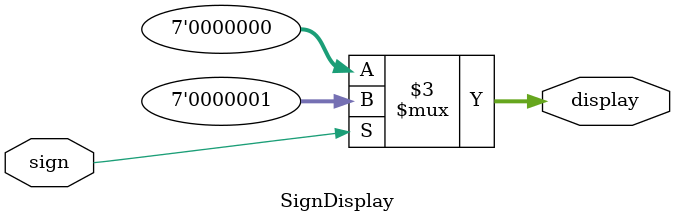
<source format=v>
`timescale 1ns / 1ps
module SignDisplay(
    input sign,
    output reg [6:0] display
    );

always @ (*)
begin
	case (sign)
		1: display = 7'b0000001;
		default: display = 7'b0000000;
	endcase
end

endmodule

</source>
